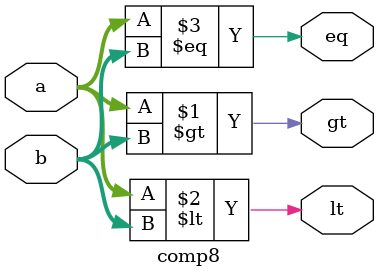
<source format=v>
module comp8(a,b,gt,eq,lt);
	
	parameter Data_bits =8;
	
	input [Data_bits-1:0] a,b;
	output gt,eq,lt;
	
	assign gt =(a>b);
	assign lt = (a<b);
	assign eq=(a==b);
	
endmodule
	
</source>
